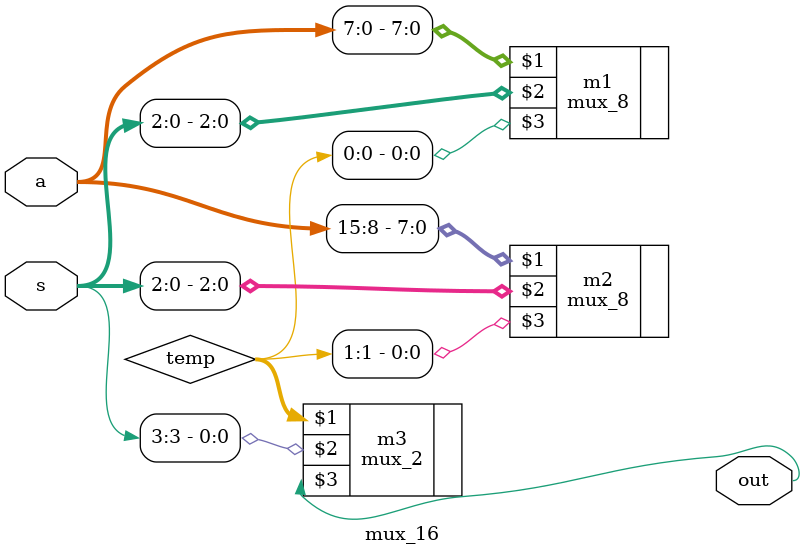
<source format=v>

module mux_16(
    input [15:0] a,
    input [3:0] s,
    output out
    );
    wire [1:0] temp;
    mux_8 m1(a[7:0],s[2:0],temp[0]);
	mux_8 m2(a[15:8],s[2:0],temp[1]);
    mux_2 m3(temp,s[3],out);
endmodule
</source>
